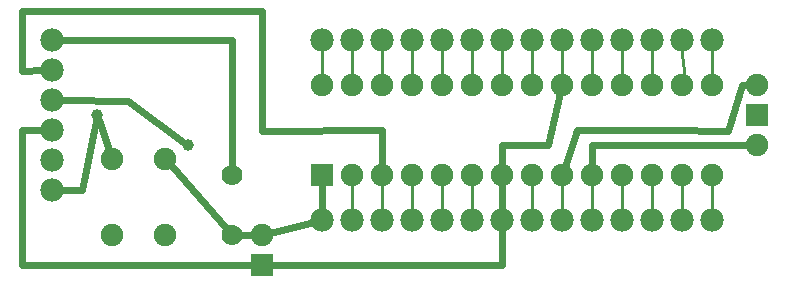
<source format=gbl>
G04 MADE WITH FRITZING*
G04 WWW.FRITZING.ORG*
G04 DOUBLE SIDED*
G04 HOLES PLATED*
G04 CONTOUR ON CENTER OF CONTOUR VECTOR*
%ASAXBY*%
%FSLAX23Y23*%
%MOIN*%
%OFA0B0*%
%SFA1.0B1.0*%
%ADD10C,0.078000*%
%ADD11C,0.075000*%
%ADD12C,0.039370*%
%ADD13C,0.070000*%
%ADD14R,0.075000X0.075000*%
%ADD15C,0.024000*%
%ADD16C,0.011111*%
%LNCOPPER0*%
G90*
G70*
G54D10*
X134Y811D03*
X134Y711D03*
X134Y611D03*
X134Y511D03*
X134Y411D03*
X134Y311D03*
G54D11*
X1034Y361D03*
X1034Y661D03*
X1134Y361D03*
X1134Y661D03*
X1234Y361D03*
X1234Y661D03*
X1334Y361D03*
X1334Y661D03*
X1434Y361D03*
X1434Y661D03*
X1534Y361D03*
X1534Y661D03*
X1634Y361D03*
X1634Y661D03*
X1734Y361D03*
X1734Y661D03*
X1834Y361D03*
X1834Y661D03*
X1934Y361D03*
X1934Y661D03*
X2034Y361D03*
X2034Y661D03*
X2134Y361D03*
X2134Y661D03*
X2234Y361D03*
X2234Y661D03*
X2334Y361D03*
X2334Y661D03*
X834Y61D03*
X834Y161D03*
G54D10*
X1034Y211D03*
X1134Y211D03*
X1234Y211D03*
X1334Y211D03*
X1434Y211D03*
X1534Y211D03*
X1634Y211D03*
X1734Y211D03*
X1834Y211D03*
X1934Y211D03*
X2034Y211D03*
X2134Y211D03*
X2234Y211D03*
X2334Y211D03*
X1034Y811D03*
X1134Y811D03*
X1234Y811D03*
X1334Y811D03*
X1434Y811D03*
X1534Y811D03*
X1634Y811D03*
X1734Y811D03*
X1834Y811D03*
X1934Y811D03*
X2034Y811D03*
X2134Y811D03*
X2234Y811D03*
X2334Y811D03*
G54D11*
X2484Y661D03*
X2484Y561D03*
X2484Y461D03*
X511Y416D03*
X511Y161D03*
X334Y416D03*
X334Y161D03*
G54D12*
X284Y561D03*
X585Y461D03*
G54D13*
X734Y361D03*
X734Y161D03*
G54D14*
X1034Y361D03*
X834Y61D03*
X2484Y561D03*
G54D15*
X234Y311D02*
X280Y542D01*
D02*
X164Y311D02*
X234Y311D01*
D02*
X1234Y511D02*
X1234Y389D01*
D02*
X834Y509D02*
X1234Y511D01*
D02*
X34Y709D02*
X34Y909D01*
D02*
X34Y909D02*
X834Y909D01*
D02*
X103Y710D02*
X34Y709D01*
D02*
X570Y472D02*
X385Y609D01*
D02*
X34Y61D02*
X805Y61D01*
D02*
X34Y511D02*
X34Y61D01*
D02*
X103Y511D02*
X34Y511D01*
D02*
X1634Y61D02*
X1634Y180D01*
D02*
X862Y61D02*
X1634Y61D01*
D02*
X1884Y511D02*
X2184Y511D01*
D02*
X1843Y388D02*
X1884Y511D01*
D02*
X1934Y461D02*
X1934Y389D01*
D02*
X2455Y461D02*
X1934Y461D01*
G54D16*
D02*
X1434Y235D02*
X1434Y337D01*
D02*
X2034Y337D02*
X2034Y235D01*
D02*
X1934Y337D02*
X1934Y235D01*
D02*
X1734Y337D02*
X1734Y235D01*
D02*
X1534Y337D02*
X1534Y235D01*
D02*
X1334Y235D02*
X1334Y337D01*
D02*
X1234Y337D02*
X1234Y235D01*
D02*
X1134Y337D02*
X1134Y235D01*
D02*
X1834Y235D02*
X1834Y337D01*
D02*
X2134Y235D02*
X2134Y337D01*
D02*
X2234Y235D02*
X2234Y337D01*
D02*
X2334Y235D02*
X2334Y337D01*
D02*
X1034Y684D02*
X1034Y709D01*
D02*
X1134Y684D02*
X1134Y786D01*
D02*
X1234Y684D02*
X1234Y786D01*
D02*
X1334Y684D02*
X1334Y786D01*
D02*
X1434Y684D02*
X1434Y786D01*
D02*
X1534Y684D02*
X1534Y786D01*
D02*
X1634Y684D02*
X1634Y786D01*
D02*
X1734Y684D02*
X1734Y786D01*
D02*
X1834Y684D02*
X1834Y786D01*
D02*
X1934Y684D02*
X1934Y786D01*
D02*
X2034Y684D02*
X2034Y786D01*
D02*
X2134Y684D02*
X2134Y786D01*
D02*
X2238Y712D02*
X2236Y684D01*
D02*
X2234Y761D02*
X2238Y712D01*
D02*
X2234Y786D02*
X2234Y761D01*
D02*
X2334Y684D02*
X2334Y786D01*
G54D15*
D02*
X2455Y661D02*
X2434Y661D01*
D02*
X2385Y509D02*
X2434Y661D01*
D02*
X2184Y511D02*
X2385Y509D01*
D02*
X1785Y461D02*
X1634Y461D01*
D02*
X1634Y461D02*
X1634Y389D01*
D02*
X1827Y633D02*
X1785Y461D01*
D02*
X385Y609D02*
X164Y610D01*
D02*
X834Y909D02*
X834Y509D01*
D02*
X324Y443D02*
X290Y543D01*
D02*
X1634Y209D02*
X1634Y180D01*
D02*
X1634Y332D02*
X1634Y209D01*
G54D16*
D02*
X1034Y709D02*
X1034Y786D01*
G54D15*
D02*
X1034Y261D02*
X1034Y241D01*
D02*
X1034Y332D02*
X1034Y261D01*
D02*
X734Y811D02*
X164Y811D01*
D02*
X734Y387D02*
X734Y811D01*
D02*
X716Y180D02*
X529Y395D01*
D02*
X805Y161D02*
X760Y161D01*
D02*
X1034Y211D02*
X861Y167D01*
G04 End of Copper0*
M02*
</source>
